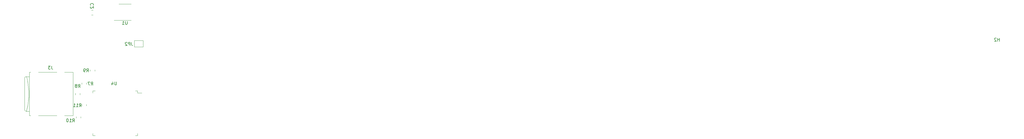
<source format=gbr>
%TF.GenerationSoftware,KiCad,Pcbnew,7.0.7*%
%TF.CreationDate,2023-10-21T12:14:55-04:00*%
%TF.ProjectId,processor,70726f63-6573-4736-9f72-2e6b69636164,rev?*%
%TF.SameCoordinates,Original*%
%TF.FileFunction,Legend,Bot*%
%TF.FilePolarity,Positive*%
%FSLAX46Y46*%
G04 Gerber Fmt 4.6, Leading zero omitted, Abs format (unit mm)*
G04 Created by KiCad (PCBNEW 7.0.7) date 2023-10-21 12:14:55*
%MOMM*%
%LPD*%
G01*
G04 APERTURE LIST*
%ADD10C,0.150000*%
%ADD11C,0.120000*%
G04 APERTURE END LIST*
D10*
X165679333Y-91486819D02*
X165679333Y-92201104D01*
X165679333Y-92201104D02*
X165726952Y-92343961D01*
X165726952Y-92343961D02*
X165822190Y-92439200D01*
X165822190Y-92439200D02*
X165965047Y-92486819D01*
X165965047Y-92486819D02*
X166060285Y-92486819D01*
X165203142Y-92486819D02*
X165203142Y-91486819D01*
X165203142Y-91486819D02*
X164822190Y-91486819D01*
X164822190Y-91486819D02*
X164726952Y-91534438D01*
X164726952Y-91534438D02*
X164679333Y-91582057D01*
X164679333Y-91582057D02*
X164631714Y-91677295D01*
X164631714Y-91677295D02*
X164631714Y-91820152D01*
X164631714Y-91820152D02*
X164679333Y-91915390D01*
X164679333Y-91915390D02*
X164726952Y-91963009D01*
X164726952Y-91963009D02*
X164822190Y-92010628D01*
X164822190Y-92010628D02*
X165203142Y-92010628D01*
X164250761Y-91582057D02*
X164203142Y-91534438D01*
X164203142Y-91534438D02*
X164107904Y-91486819D01*
X164107904Y-91486819D02*
X163869809Y-91486819D01*
X163869809Y-91486819D02*
X163774571Y-91534438D01*
X163774571Y-91534438D02*
X163726952Y-91582057D01*
X163726952Y-91582057D02*
X163679333Y-91677295D01*
X163679333Y-91677295D02*
X163679333Y-91772533D01*
X163679333Y-91772533D02*
X163726952Y-91915390D01*
X163726952Y-91915390D02*
X164298380Y-92486819D01*
X164298380Y-92486819D02*
X163679333Y-92486819D01*
X148756666Y-105864819D02*
X149089999Y-105388628D01*
X149328094Y-105864819D02*
X149328094Y-104864819D01*
X149328094Y-104864819D02*
X148947142Y-104864819D01*
X148947142Y-104864819D02*
X148851904Y-104912438D01*
X148851904Y-104912438D02*
X148804285Y-104960057D01*
X148804285Y-104960057D02*
X148756666Y-105055295D01*
X148756666Y-105055295D02*
X148756666Y-105198152D01*
X148756666Y-105198152D02*
X148804285Y-105293390D01*
X148804285Y-105293390D02*
X148851904Y-105341009D01*
X148851904Y-105341009D02*
X148947142Y-105388628D01*
X148947142Y-105388628D02*
X149328094Y-105388628D01*
X148185237Y-105293390D02*
X148280475Y-105245771D01*
X148280475Y-105245771D02*
X148328094Y-105198152D01*
X148328094Y-105198152D02*
X148375713Y-105102914D01*
X148375713Y-105102914D02*
X148375713Y-105055295D01*
X148375713Y-105055295D02*
X148328094Y-104960057D01*
X148328094Y-104960057D02*
X148280475Y-104912438D01*
X148280475Y-104912438D02*
X148185237Y-104864819D01*
X148185237Y-104864819D02*
X147994761Y-104864819D01*
X147994761Y-104864819D02*
X147899523Y-104912438D01*
X147899523Y-104912438D02*
X147851904Y-104960057D01*
X147851904Y-104960057D02*
X147804285Y-105055295D01*
X147804285Y-105055295D02*
X147804285Y-105102914D01*
X147804285Y-105102914D02*
X147851904Y-105198152D01*
X147851904Y-105198152D02*
X147899523Y-105245771D01*
X147899523Y-105245771D02*
X147994761Y-105293390D01*
X147994761Y-105293390D02*
X148185237Y-105293390D01*
X148185237Y-105293390D02*
X148280475Y-105341009D01*
X148280475Y-105341009D02*
X148328094Y-105388628D01*
X148328094Y-105388628D02*
X148375713Y-105483866D01*
X148375713Y-105483866D02*
X148375713Y-105674342D01*
X148375713Y-105674342D02*
X148328094Y-105769580D01*
X148328094Y-105769580D02*
X148280475Y-105817200D01*
X148280475Y-105817200D02*
X148185237Y-105864819D01*
X148185237Y-105864819D02*
X147994761Y-105864819D01*
X147994761Y-105864819D02*
X147899523Y-105817200D01*
X147899523Y-105817200D02*
X147851904Y-105769580D01*
X147851904Y-105769580D02*
X147804285Y-105674342D01*
X147804285Y-105674342D02*
X147804285Y-105483866D01*
X147804285Y-105483866D02*
X147851904Y-105388628D01*
X147851904Y-105388628D02*
X147899523Y-105341009D01*
X147899523Y-105341009D02*
X147994761Y-105293390D01*
X151423666Y-100911819D02*
X151756999Y-100435628D01*
X151995094Y-100911819D02*
X151995094Y-99911819D01*
X151995094Y-99911819D02*
X151614142Y-99911819D01*
X151614142Y-99911819D02*
X151518904Y-99959438D01*
X151518904Y-99959438D02*
X151471285Y-100007057D01*
X151471285Y-100007057D02*
X151423666Y-100102295D01*
X151423666Y-100102295D02*
X151423666Y-100245152D01*
X151423666Y-100245152D02*
X151471285Y-100340390D01*
X151471285Y-100340390D02*
X151518904Y-100388009D01*
X151518904Y-100388009D02*
X151614142Y-100435628D01*
X151614142Y-100435628D02*
X151995094Y-100435628D01*
X150947475Y-100911819D02*
X150756999Y-100911819D01*
X150756999Y-100911819D02*
X150661761Y-100864200D01*
X150661761Y-100864200D02*
X150614142Y-100816580D01*
X150614142Y-100816580D02*
X150518904Y-100673723D01*
X150518904Y-100673723D02*
X150471285Y-100483247D01*
X150471285Y-100483247D02*
X150471285Y-100102295D01*
X150471285Y-100102295D02*
X150518904Y-100007057D01*
X150518904Y-100007057D02*
X150566523Y-99959438D01*
X150566523Y-99959438D02*
X150661761Y-99911819D01*
X150661761Y-99911819D02*
X150852237Y-99911819D01*
X150852237Y-99911819D02*
X150947475Y-99959438D01*
X150947475Y-99959438D02*
X150995094Y-100007057D01*
X150995094Y-100007057D02*
X151042713Y-100102295D01*
X151042713Y-100102295D02*
X151042713Y-100340390D01*
X151042713Y-100340390D02*
X150995094Y-100435628D01*
X150995094Y-100435628D02*
X150947475Y-100483247D01*
X150947475Y-100483247D02*
X150852237Y-100530866D01*
X150852237Y-100530866D02*
X150661761Y-100530866D01*
X150661761Y-100530866D02*
X150566523Y-100483247D01*
X150566523Y-100483247D02*
X150518904Y-100435628D01*
X150518904Y-100435628D02*
X150471285Y-100340390D01*
X149105857Y-111960819D02*
X149439190Y-111484628D01*
X149677285Y-111960819D02*
X149677285Y-110960819D01*
X149677285Y-110960819D02*
X149296333Y-110960819D01*
X149296333Y-110960819D02*
X149201095Y-111008438D01*
X149201095Y-111008438D02*
X149153476Y-111056057D01*
X149153476Y-111056057D02*
X149105857Y-111151295D01*
X149105857Y-111151295D02*
X149105857Y-111294152D01*
X149105857Y-111294152D02*
X149153476Y-111389390D01*
X149153476Y-111389390D02*
X149201095Y-111437009D01*
X149201095Y-111437009D02*
X149296333Y-111484628D01*
X149296333Y-111484628D02*
X149677285Y-111484628D01*
X148153476Y-111960819D02*
X148724904Y-111960819D01*
X148439190Y-111960819D02*
X148439190Y-110960819D01*
X148439190Y-110960819D02*
X148534428Y-111103676D01*
X148534428Y-111103676D02*
X148629666Y-111198914D01*
X148629666Y-111198914D02*
X148724904Y-111246533D01*
X147201095Y-111960819D02*
X147772523Y-111960819D01*
X147486809Y-111960819D02*
X147486809Y-110960819D01*
X147486809Y-110960819D02*
X147582047Y-111103676D01*
X147582047Y-111103676D02*
X147677285Y-111198914D01*
X147677285Y-111198914D02*
X147772523Y-111246533D01*
X140287333Y-99022819D02*
X140287333Y-99737104D01*
X140287333Y-99737104D02*
X140334952Y-99879961D01*
X140334952Y-99879961D02*
X140430190Y-99975200D01*
X140430190Y-99975200D02*
X140573047Y-100022819D01*
X140573047Y-100022819D02*
X140668285Y-100022819D01*
X139906380Y-99022819D02*
X139287333Y-99022819D01*
X139287333Y-99022819D02*
X139620666Y-99403771D01*
X139620666Y-99403771D02*
X139477809Y-99403771D01*
X139477809Y-99403771D02*
X139382571Y-99451390D01*
X139382571Y-99451390D02*
X139334952Y-99499009D01*
X139334952Y-99499009D02*
X139287333Y-99594247D01*
X139287333Y-99594247D02*
X139287333Y-99832342D01*
X139287333Y-99832342D02*
X139334952Y-99927580D01*
X139334952Y-99927580D02*
X139382571Y-99975200D01*
X139382571Y-99975200D02*
X139477809Y-100022819D01*
X139477809Y-100022819D02*
X139763523Y-100022819D01*
X139763523Y-100022819D02*
X139858761Y-99975200D01*
X139858761Y-99975200D02*
X139906380Y-99927580D01*
X153521580Y-79759333D02*
X153569200Y-79711714D01*
X153569200Y-79711714D02*
X153616819Y-79568857D01*
X153616819Y-79568857D02*
X153616819Y-79473619D01*
X153616819Y-79473619D02*
X153569200Y-79330762D01*
X153569200Y-79330762D02*
X153473961Y-79235524D01*
X153473961Y-79235524D02*
X153378723Y-79187905D01*
X153378723Y-79187905D02*
X153188247Y-79140286D01*
X153188247Y-79140286D02*
X153045390Y-79140286D01*
X153045390Y-79140286D02*
X152854914Y-79187905D01*
X152854914Y-79187905D02*
X152759676Y-79235524D01*
X152759676Y-79235524D02*
X152664438Y-79330762D01*
X152664438Y-79330762D02*
X152616819Y-79473619D01*
X152616819Y-79473619D02*
X152616819Y-79568857D01*
X152616819Y-79568857D02*
X152664438Y-79711714D01*
X152664438Y-79711714D02*
X152712057Y-79759333D01*
X152712057Y-80140286D02*
X152664438Y-80187905D01*
X152664438Y-80187905D02*
X152616819Y-80283143D01*
X152616819Y-80283143D02*
X152616819Y-80521238D01*
X152616819Y-80521238D02*
X152664438Y-80616476D01*
X152664438Y-80616476D02*
X152712057Y-80664095D01*
X152712057Y-80664095D02*
X152807295Y-80711714D01*
X152807295Y-80711714D02*
X152902533Y-80711714D01*
X152902533Y-80711714D02*
X153045390Y-80664095D01*
X153045390Y-80664095D02*
X153616819Y-80092667D01*
X153616819Y-80092667D02*
X153616819Y-80711714D01*
X146946857Y-116786819D02*
X147280190Y-116310628D01*
X147518285Y-116786819D02*
X147518285Y-115786819D01*
X147518285Y-115786819D02*
X147137333Y-115786819D01*
X147137333Y-115786819D02*
X147042095Y-115834438D01*
X147042095Y-115834438D02*
X146994476Y-115882057D01*
X146994476Y-115882057D02*
X146946857Y-115977295D01*
X146946857Y-115977295D02*
X146946857Y-116120152D01*
X146946857Y-116120152D02*
X146994476Y-116215390D01*
X146994476Y-116215390D02*
X147042095Y-116263009D01*
X147042095Y-116263009D02*
X147137333Y-116310628D01*
X147137333Y-116310628D02*
X147518285Y-116310628D01*
X145994476Y-116786819D02*
X146565904Y-116786819D01*
X146280190Y-116786819D02*
X146280190Y-115786819D01*
X146280190Y-115786819D02*
X146375428Y-115929676D01*
X146375428Y-115929676D02*
X146470666Y-116024914D01*
X146470666Y-116024914D02*
X146565904Y-116072533D01*
X145375428Y-115786819D02*
X145280190Y-115786819D01*
X145280190Y-115786819D02*
X145184952Y-115834438D01*
X145184952Y-115834438D02*
X145137333Y-115882057D01*
X145137333Y-115882057D02*
X145089714Y-115977295D01*
X145089714Y-115977295D02*
X145042095Y-116167771D01*
X145042095Y-116167771D02*
X145042095Y-116405866D01*
X145042095Y-116405866D02*
X145089714Y-116596342D01*
X145089714Y-116596342D02*
X145137333Y-116691580D01*
X145137333Y-116691580D02*
X145184952Y-116739200D01*
X145184952Y-116739200D02*
X145280190Y-116786819D01*
X145280190Y-116786819D02*
X145375428Y-116786819D01*
X145375428Y-116786819D02*
X145470666Y-116739200D01*
X145470666Y-116739200D02*
X145518285Y-116691580D01*
X145518285Y-116691580D02*
X145565904Y-116596342D01*
X145565904Y-116596342D02*
X145613523Y-116405866D01*
X145613523Y-116405866D02*
X145613523Y-116167771D01*
X145613523Y-116167771D02*
X145565904Y-115977295D01*
X145565904Y-115977295D02*
X145518285Y-115882057D01*
X145518285Y-115882057D02*
X145470666Y-115834438D01*
X145470666Y-115834438D02*
X145375428Y-115786819D01*
X164337904Y-84798819D02*
X164337904Y-85608342D01*
X164337904Y-85608342D02*
X164290285Y-85703580D01*
X164290285Y-85703580D02*
X164242666Y-85751200D01*
X164242666Y-85751200D02*
X164147428Y-85798819D01*
X164147428Y-85798819D02*
X163956952Y-85798819D01*
X163956952Y-85798819D02*
X163861714Y-85751200D01*
X163861714Y-85751200D02*
X163814095Y-85703580D01*
X163814095Y-85703580D02*
X163766476Y-85608342D01*
X163766476Y-85608342D02*
X163766476Y-84798819D01*
X162766476Y-85798819D02*
X163337904Y-85798819D01*
X163052190Y-85798819D02*
X163052190Y-84798819D01*
X163052190Y-84798819D02*
X163147428Y-84941676D01*
X163147428Y-84941676D02*
X163242666Y-85036914D01*
X163242666Y-85036914D02*
X163337904Y-85084533D01*
X441451904Y-91132819D02*
X441451904Y-90132819D01*
X441451904Y-90609009D02*
X440880476Y-90609009D01*
X440880476Y-91132819D02*
X440880476Y-90132819D01*
X440451904Y-90228057D02*
X440404285Y-90180438D01*
X440404285Y-90180438D02*
X440309047Y-90132819D01*
X440309047Y-90132819D02*
X440070952Y-90132819D01*
X440070952Y-90132819D02*
X439975714Y-90180438D01*
X439975714Y-90180438D02*
X439928095Y-90228057D01*
X439928095Y-90228057D02*
X439880476Y-90323295D01*
X439880476Y-90323295D02*
X439880476Y-90418533D01*
X439880476Y-90418533D02*
X439928095Y-90561390D01*
X439928095Y-90561390D02*
X440499523Y-91132819D01*
X440499523Y-91132819D02*
X439880476Y-91132819D01*
X160925059Y-104056819D02*
X160925059Y-104866342D01*
X160925059Y-104866342D02*
X160877440Y-104961580D01*
X160877440Y-104961580D02*
X160829821Y-105009200D01*
X160829821Y-105009200D02*
X160734583Y-105056819D01*
X160734583Y-105056819D02*
X160544107Y-105056819D01*
X160544107Y-105056819D02*
X160448869Y-105009200D01*
X160448869Y-105009200D02*
X160401250Y-104961580D01*
X160401250Y-104961580D02*
X160353631Y-104866342D01*
X160353631Y-104866342D02*
X160353631Y-104056819D01*
X159448869Y-104390152D02*
X159448869Y-105056819D01*
X159686964Y-104009200D02*
X159925059Y-104723485D01*
X159925059Y-104723485D02*
X159306012Y-104723485D01*
X152820666Y-105102819D02*
X153153999Y-104626628D01*
X153392094Y-105102819D02*
X153392094Y-104102819D01*
X153392094Y-104102819D02*
X153011142Y-104102819D01*
X153011142Y-104102819D02*
X152915904Y-104150438D01*
X152915904Y-104150438D02*
X152868285Y-104198057D01*
X152868285Y-104198057D02*
X152820666Y-104293295D01*
X152820666Y-104293295D02*
X152820666Y-104436152D01*
X152820666Y-104436152D02*
X152868285Y-104531390D01*
X152868285Y-104531390D02*
X152915904Y-104579009D01*
X152915904Y-104579009D02*
X153011142Y-104626628D01*
X153011142Y-104626628D02*
X153392094Y-104626628D01*
X152487332Y-104102819D02*
X151820666Y-104102819D01*
X151820666Y-104102819D02*
X152249237Y-105102819D01*
D11*
%TO.C,JP2*%
X166606000Y-90948000D02*
X166606000Y-92948000D01*
X166606000Y-92948000D02*
X169406000Y-92948000D01*
X169406000Y-90948000D02*
X166606000Y-90948000D01*
X169406000Y-92948000D02*
X169406000Y-90948000D01*
%TO.C,R8*%
X147835000Y-108169064D02*
X147835000Y-107714936D01*
X149305000Y-108169064D02*
X149305000Y-107714936D01*
%TO.C,R9*%
X154024000Y-100229936D02*
X154024000Y-100684064D01*
X152554000Y-100229936D02*
X152554000Y-100684064D01*
%TO.C,R11*%
X151337000Y-111238936D02*
X151337000Y-111693064D01*
X149867000Y-111238936D02*
X149867000Y-111693064D01*
%TO.C,J3*%
X133209600Y-114810600D02*
X133609600Y-114810600D01*
X136129600Y-114810600D02*
X141909600Y-114810600D01*
X144429600Y-114810600D02*
X147129600Y-114810600D01*
X147129600Y-114810600D02*
X147129600Y-100990600D01*
X133209600Y-113400600D02*
X132209600Y-113400600D01*
X132409600Y-112900600D02*
X132309600Y-113400600D01*
X132709600Y-111600600D02*
X132409600Y-112900600D01*
X132909600Y-110100600D02*
X132709600Y-111600600D01*
X133009600Y-108800600D02*
X132909600Y-110100600D01*
X133009600Y-107000600D02*
X133009600Y-108800600D01*
X132909600Y-105700600D02*
X133009600Y-107000600D01*
X132809600Y-104900600D02*
X132909600Y-105700600D01*
X132509600Y-103200600D02*
X132809600Y-104900600D01*
X131709600Y-102900600D02*
X131709600Y-112900600D01*
X132309600Y-102400600D02*
X132509600Y-103200600D01*
X133209600Y-102400600D02*
X132209600Y-102400600D01*
X133209600Y-100990600D02*
X133209600Y-114810600D01*
X133209600Y-100990600D02*
X133609600Y-100990600D01*
X136129600Y-100990600D02*
X141909600Y-100990600D01*
X144429600Y-100990600D02*
X147129600Y-100990600D01*
X131709600Y-112900600D02*
G75*
G03*
X132209600Y-113400600I500000J0D01*
G01*
X132209600Y-102400600D02*
G75*
G03*
X131709600Y-102900600I0J-500000D01*
G01*
%TO.C,C2*%
X153423252Y-82777000D02*
X152900748Y-82777000D01*
X153423252Y-81307000D02*
X152900748Y-81307000D01*
%TO.C,R10*%
X149579000Y-115104936D02*
X149579000Y-115559064D01*
X148109000Y-115104936D02*
X148109000Y-115559064D01*
%TO.C,U1*%
X163598152Y-79339080D02*
X161648152Y-79339080D01*
X163598152Y-79339080D02*
X165548152Y-79339080D01*
X163598152Y-84459080D02*
X160148152Y-84459080D01*
X163598152Y-84459080D02*
X165548152Y-84459080D01*
%TO.C,U4*%
X167618000Y-121132000D02*
X167618000Y-120432000D01*
X167618000Y-107612000D02*
X168983000Y-107612000D01*
X167618000Y-106912000D02*
X167618000Y-107612000D01*
X166918000Y-121132000D02*
X167618000Y-121132000D01*
X166918000Y-106912000D02*
X167618000Y-106912000D01*
X154098000Y-121132000D02*
X153398000Y-121132000D01*
X154098000Y-106912000D02*
X153398000Y-106912000D01*
X153398000Y-121132000D02*
X153398000Y-120432000D01*
X153398000Y-106912000D02*
X153398000Y-107612000D01*
%TO.C,R7*%
X149867000Y-104835064D02*
X149867000Y-104380936D01*
X151337000Y-104835064D02*
X151337000Y-104380936D01*
%TD*%
M02*

</source>
